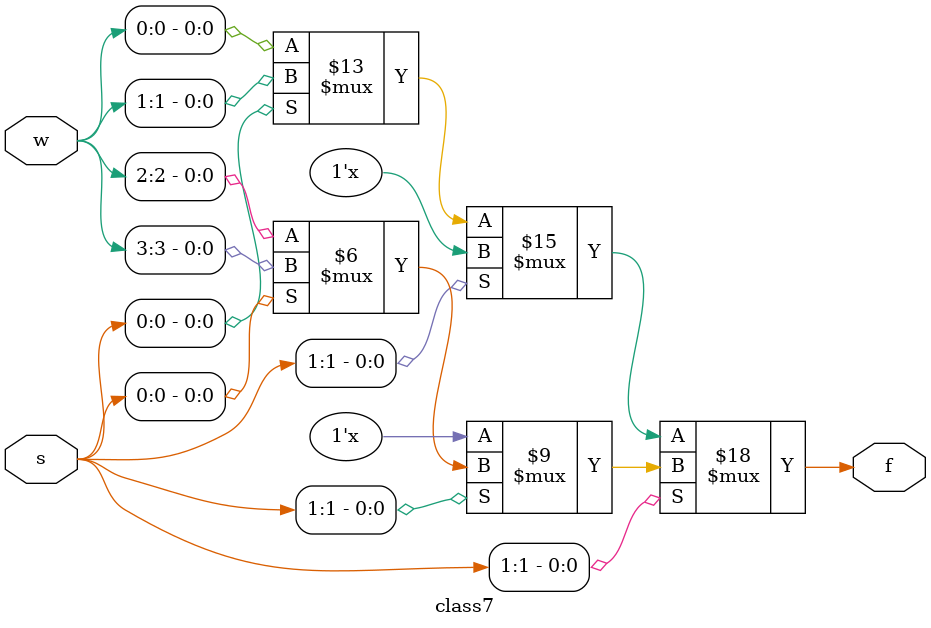
<source format=v>
module class7(s,w,f);
	input [1:0]s;
	input [3:0]w;
	output f;
	reg f;
	always @ (s or w)
	begin
		if(s[1] == 0)
		begin
			if(s[0] == 0)
				f = w[0];
			else
				f = w[1];
		end
		else
		begin
			if(s[0] == 0)
				f = w[2];
			else
				f = w[3];
		end
	end
endmodule
			
	

</source>
